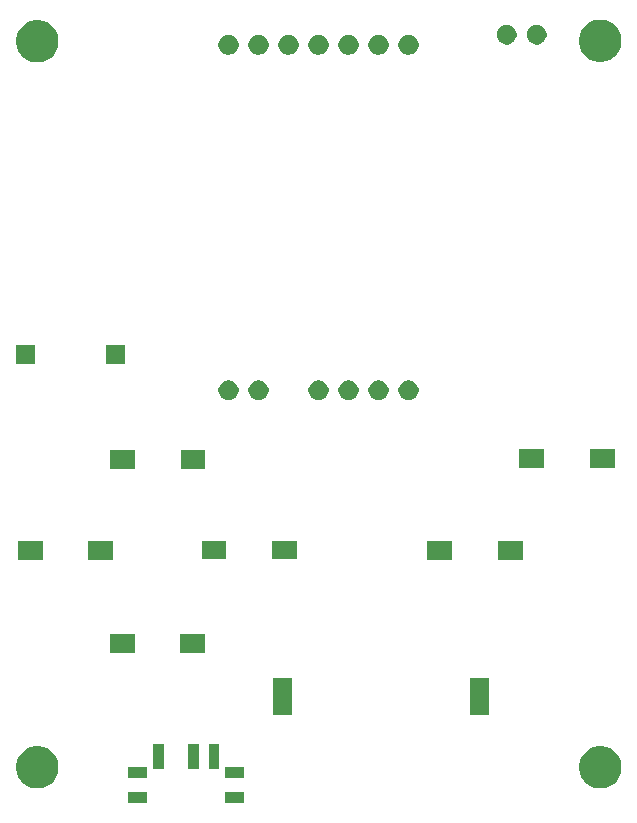
<source format=gbr>
G04 #@! TF.GenerationSoftware,KiCad,Pcbnew,5.0.2+dfsg1-1~bpo9+1*
G04 #@! TF.CreationDate,2019-06-22T18:26:23+01:00*
G04 #@! TF.ProjectId,arduboy_with_flashcart_port_smd,61726475-626f-4795-9f77-6974685f666c,rev?*
G04 #@! TF.SameCoordinates,Original*
G04 #@! TF.FileFunction,Soldermask,Top*
G04 #@! TF.FilePolarity,Negative*
%FSLAX46Y46*%
G04 Gerber Fmt 4.6, Leading zero omitted, Abs format (unit mm)*
G04 Created by KiCad (PCBNEW 5.0.2+dfsg1-1~bpo9+1) date Sat 22 Jun 2019 18:26:23 BST*
%MOMM*%
%LPD*%
G01*
G04 APERTURE LIST*
%ADD10C,0.100000*%
G04 APERTURE END LIST*
D10*
G36*
X206883900Y-123031400D02*
X205281900Y-123031400D01*
X205281900Y-122129400D01*
X206883900Y-122129400D01*
X206883900Y-123031400D01*
X206883900Y-123031400D01*
G37*
G36*
X198730500Y-123031400D02*
X197128500Y-123031400D01*
X197128500Y-122129400D01*
X198730500Y-122129400D01*
X198730500Y-123031400D01*
X198730500Y-123031400D01*
G37*
G36*
X189920431Y-118283211D02*
X190248192Y-118418974D01*
X190543173Y-118616074D01*
X190794026Y-118866927D01*
X190991126Y-119161908D01*
X191126889Y-119489669D01*
X191196100Y-119837616D01*
X191196100Y-120192384D01*
X191126889Y-120540331D01*
X190991126Y-120868092D01*
X190794026Y-121163073D01*
X190543173Y-121413926D01*
X190248192Y-121611026D01*
X189920431Y-121746789D01*
X189572484Y-121816000D01*
X189217716Y-121816000D01*
X188869769Y-121746789D01*
X188542008Y-121611026D01*
X188247027Y-121413926D01*
X187996174Y-121163073D01*
X187799074Y-120868092D01*
X187663311Y-120540331D01*
X187594100Y-120192384D01*
X187594100Y-119837616D01*
X187663311Y-119489669D01*
X187799074Y-119161908D01*
X187996174Y-118866927D01*
X188247027Y-118616074D01*
X188542008Y-118418974D01*
X188869769Y-118283211D01*
X189217716Y-118214000D01*
X189572484Y-118214000D01*
X189920431Y-118283211D01*
X189920431Y-118283211D01*
G37*
G36*
X237596231Y-118283211D02*
X237923992Y-118418974D01*
X238218973Y-118616074D01*
X238469826Y-118866927D01*
X238666926Y-119161908D01*
X238802689Y-119489669D01*
X238871900Y-119837616D01*
X238871900Y-120192384D01*
X238802689Y-120540331D01*
X238666926Y-120868092D01*
X238469826Y-121163073D01*
X238218973Y-121413926D01*
X237923992Y-121611026D01*
X237596231Y-121746789D01*
X237248284Y-121816000D01*
X236893516Y-121816000D01*
X236545569Y-121746789D01*
X236217808Y-121611026D01*
X235922827Y-121413926D01*
X235671974Y-121163073D01*
X235474874Y-120868092D01*
X235339111Y-120540331D01*
X235269900Y-120192384D01*
X235269900Y-119837616D01*
X235339111Y-119489669D01*
X235474874Y-119161908D01*
X235671974Y-118866927D01*
X235922827Y-118616074D01*
X236217808Y-118418974D01*
X236545569Y-118283211D01*
X236893516Y-118214000D01*
X237248284Y-118214000D01*
X237596231Y-118283211D01*
X237596231Y-118283211D01*
G37*
G36*
X206896600Y-120923200D02*
X205294600Y-120923200D01*
X205294600Y-120021200D01*
X206896600Y-120021200D01*
X206896600Y-120923200D01*
X206896600Y-120923200D01*
G37*
G36*
X198730500Y-120910500D02*
X197128500Y-120910500D01*
X197128500Y-120008500D01*
X198730500Y-120008500D01*
X198730500Y-120910500D01*
X198730500Y-120910500D01*
G37*
G36*
X203117600Y-120189700D02*
X202215600Y-120189700D01*
X202215600Y-118087700D01*
X203117600Y-118087700D01*
X203117600Y-120189700D01*
X203117600Y-120189700D01*
G37*
G36*
X200107700Y-120189700D02*
X199205700Y-120189700D01*
X199205700Y-118087700D01*
X200107700Y-118087700D01*
X200107700Y-120189700D01*
X200107700Y-120189700D01*
G37*
G36*
X204819400Y-120189700D02*
X203917400Y-120189700D01*
X203917400Y-118087700D01*
X204819400Y-118087700D01*
X204819400Y-120189700D01*
X204819400Y-120189700D01*
G37*
G36*
X227660400Y-115558900D02*
X226034400Y-115558900D01*
X226034400Y-112456900D01*
X227660400Y-112456900D01*
X227660400Y-115558900D01*
X227660400Y-115558900D01*
G37*
G36*
X210959900Y-115558900D02*
X209333900Y-115558900D01*
X209333900Y-112456900D01*
X210959900Y-112456900D01*
X210959900Y-115558900D01*
X210959900Y-115558900D01*
G37*
G36*
X203616000Y-110376600D02*
X201514000Y-110376600D01*
X201514000Y-108774600D01*
X203616000Y-108774600D01*
X203616000Y-110376600D01*
X203616000Y-110376600D01*
G37*
G36*
X197647000Y-110376600D02*
X195545000Y-110376600D01*
X195545000Y-108774600D01*
X197647000Y-108774600D01*
X197647000Y-110376600D01*
X197647000Y-110376600D01*
G37*
G36*
X224545600Y-102477200D02*
X222443600Y-102477200D01*
X222443600Y-100875200D01*
X224545600Y-100875200D01*
X224545600Y-102477200D01*
X224545600Y-102477200D01*
G37*
G36*
X189874600Y-102477200D02*
X187772600Y-102477200D01*
X187772600Y-100875200D01*
X189874600Y-100875200D01*
X189874600Y-102477200D01*
X189874600Y-102477200D01*
G37*
G36*
X195843600Y-102477200D02*
X193741600Y-102477200D01*
X193741600Y-100875200D01*
X195843600Y-100875200D01*
X195843600Y-102477200D01*
X195843600Y-102477200D01*
G37*
G36*
X230514600Y-102477200D02*
X228412600Y-102477200D01*
X228412600Y-100875200D01*
X230514600Y-100875200D01*
X230514600Y-102477200D01*
X230514600Y-102477200D01*
G37*
G36*
X211388400Y-102426400D02*
X209286400Y-102426400D01*
X209286400Y-100824400D01*
X211388400Y-100824400D01*
X211388400Y-102426400D01*
X211388400Y-102426400D01*
G37*
G36*
X205419400Y-102426400D02*
X203317400Y-102426400D01*
X203317400Y-100824400D01*
X205419400Y-100824400D01*
X205419400Y-102426400D01*
X205419400Y-102426400D01*
G37*
G36*
X203641400Y-94755600D02*
X201539400Y-94755600D01*
X201539400Y-93153600D01*
X203641400Y-93153600D01*
X203641400Y-94755600D01*
X203641400Y-94755600D01*
G37*
G36*
X197672400Y-94755600D02*
X195570400Y-94755600D01*
X195570400Y-93153600D01*
X197672400Y-93153600D01*
X197672400Y-94755600D01*
X197672400Y-94755600D01*
G37*
G36*
X238287000Y-94704800D02*
X236185000Y-94704800D01*
X236185000Y-93102800D01*
X238287000Y-93102800D01*
X238287000Y-94704800D01*
X238287000Y-94704800D01*
G37*
G36*
X232318000Y-94704800D02*
X230216000Y-94704800D01*
X230216000Y-93102800D01*
X232318000Y-93102800D01*
X232318000Y-94704800D01*
X232318000Y-94704800D01*
G37*
G36*
X213468528Y-87294303D02*
X213623400Y-87358453D01*
X213762781Y-87451585D01*
X213881315Y-87570119D01*
X213974447Y-87709500D01*
X214038597Y-87864372D01*
X214071300Y-88028784D01*
X214071300Y-88196416D01*
X214038597Y-88360828D01*
X213974447Y-88515700D01*
X213881315Y-88655081D01*
X213762781Y-88773615D01*
X213623400Y-88866747D01*
X213468528Y-88930897D01*
X213304116Y-88963600D01*
X213136484Y-88963600D01*
X212972072Y-88930897D01*
X212817200Y-88866747D01*
X212677819Y-88773615D01*
X212559285Y-88655081D01*
X212466153Y-88515700D01*
X212402003Y-88360828D01*
X212369300Y-88196416D01*
X212369300Y-88028784D01*
X212402003Y-87864372D01*
X212466153Y-87709500D01*
X212559285Y-87570119D01*
X212677819Y-87451585D01*
X212817200Y-87358453D01*
X212972072Y-87294303D01*
X213136484Y-87261600D01*
X213304116Y-87261600D01*
X213468528Y-87294303D01*
X213468528Y-87294303D01*
G37*
G36*
X205848528Y-87294303D02*
X206003400Y-87358453D01*
X206142781Y-87451585D01*
X206261315Y-87570119D01*
X206354447Y-87709500D01*
X206418597Y-87864372D01*
X206451300Y-88028784D01*
X206451300Y-88196416D01*
X206418597Y-88360828D01*
X206354447Y-88515700D01*
X206261315Y-88655081D01*
X206142781Y-88773615D01*
X206003400Y-88866747D01*
X205848528Y-88930897D01*
X205684116Y-88963600D01*
X205516484Y-88963600D01*
X205352072Y-88930897D01*
X205197200Y-88866747D01*
X205057819Y-88773615D01*
X204939285Y-88655081D01*
X204846153Y-88515700D01*
X204782003Y-88360828D01*
X204749300Y-88196416D01*
X204749300Y-88028784D01*
X204782003Y-87864372D01*
X204846153Y-87709500D01*
X204939285Y-87570119D01*
X205057819Y-87451585D01*
X205197200Y-87358453D01*
X205352072Y-87294303D01*
X205516484Y-87261600D01*
X205684116Y-87261600D01*
X205848528Y-87294303D01*
X205848528Y-87294303D01*
G37*
G36*
X221088528Y-87294303D02*
X221243400Y-87358453D01*
X221382781Y-87451585D01*
X221501315Y-87570119D01*
X221594447Y-87709500D01*
X221658597Y-87864372D01*
X221691300Y-88028784D01*
X221691300Y-88196416D01*
X221658597Y-88360828D01*
X221594447Y-88515700D01*
X221501315Y-88655081D01*
X221382781Y-88773615D01*
X221243400Y-88866747D01*
X221088528Y-88930897D01*
X220924116Y-88963600D01*
X220756484Y-88963600D01*
X220592072Y-88930897D01*
X220437200Y-88866747D01*
X220297819Y-88773615D01*
X220179285Y-88655081D01*
X220086153Y-88515700D01*
X220022003Y-88360828D01*
X219989300Y-88196416D01*
X219989300Y-88028784D01*
X220022003Y-87864372D01*
X220086153Y-87709500D01*
X220179285Y-87570119D01*
X220297819Y-87451585D01*
X220437200Y-87358453D01*
X220592072Y-87294303D01*
X220756484Y-87261600D01*
X220924116Y-87261600D01*
X221088528Y-87294303D01*
X221088528Y-87294303D01*
G37*
G36*
X218548528Y-87294303D02*
X218703400Y-87358453D01*
X218842781Y-87451585D01*
X218961315Y-87570119D01*
X219054447Y-87709500D01*
X219118597Y-87864372D01*
X219151300Y-88028784D01*
X219151300Y-88196416D01*
X219118597Y-88360828D01*
X219054447Y-88515700D01*
X218961315Y-88655081D01*
X218842781Y-88773615D01*
X218703400Y-88866747D01*
X218548528Y-88930897D01*
X218384116Y-88963600D01*
X218216484Y-88963600D01*
X218052072Y-88930897D01*
X217897200Y-88866747D01*
X217757819Y-88773615D01*
X217639285Y-88655081D01*
X217546153Y-88515700D01*
X217482003Y-88360828D01*
X217449300Y-88196416D01*
X217449300Y-88028784D01*
X217482003Y-87864372D01*
X217546153Y-87709500D01*
X217639285Y-87570119D01*
X217757819Y-87451585D01*
X217897200Y-87358453D01*
X218052072Y-87294303D01*
X218216484Y-87261600D01*
X218384116Y-87261600D01*
X218548528Y-87294303D01*
X218548528Y-87294303D01*
G37*
G36*
X216008528Y-87294303D02*
X216163400Y-87358453D01*
X216302781Y-87451585D01*
X216421315Y-87570119D01*
X216514447Y-87709500D01*
X216578597Y-87864372D01*
X216611300Y-88028784D01*
X216611300Y-88196416D01*
X216578597Y-88360828D01*
X216514447Y-88515700D01*
X216421315Y-88655081D01*
X216302781Y-88773615D01*
X216163400Y-88866747D01*
X216008528Y-88930897D01*
X215844116Y-88963600D01*
X215676484Y-88963600D01*
X215512072Y-88930897D01*
X215357200Y-88866747D01*
X215217819Y-88773615D01*
X215099285Y-88655081D01*
X215006153Y-88515700D01*
X214942003Y-88360828D01*
X214909300Y-88196416D01*
X214909300Y-88028784D01*
X214942003Y-87864372D01*
X215006153Y-87709500D01*
X215099285Y-87570119D01*
X215217819Y-87451585D01*
X215357200Y-87358453D01*
X215512072Y-87294303D01*
X215676484Y-87261600D01*
X215844116Y-87261600D01*
X216008528Y-87294303D01*
X216008528Y-87294303D01*
G37*
G36*
X208388528Y-87294303D02*
X208543400Y-87358453D01*
X208682781Y-87451585D01*
X208801315Y-87570119D01*
X208894447Y-87709500D01*
X208958597Y-87864372D01*
X208991300Y-88028784D01*
X208991300Y-88196416D01*
X208958597Y-88360828D01*
X208894447Y-88515700D01*
X208801315Y-88655081D01*
X208682781Y-88773615D01*
X208543400Y-88866747D01*
X208388528Y-88930897D01*
X208224116Y-88963600D01*
X208056484Y-88963600D01*
X207892072Y-88930897D01*
X207737200Y-88866747D01*
X207597819Y-88773615D01*
X207479285Y-88655081D01*
X207386153Y-88515700D01*
X207322003Y-88360828D01*
X207289300Y-88196416D01*
X207289300Y-88028784D01*
X207322003Y-87864372D01*
X207386153Y-87709500D01*
X207479285Y-87570119D01*
X207597819Y-87451585D01*
X207737200Y-87358453D01*
X207892072Y-87294303D01*
X208056484Y-87261600D01*
X208224116Y-87261600D01*
X208388528Y-87294303D01*
X208388528Y-87294303D01*
G37*
G36*
X189217500Y-85903000D02*
X187591500Y-85903000D01*
X187591500Y-84277000D01*
X189217500Y-84277000D01*
X189217500Y-85903000D01*
X189217500Y-85903000D01*
G37*
G36*
X196837500Y-85903000D02*
X195211500Y-85903000D01*
X195211500Y-84277000D01*
X196837500Y-84277000D01*
X196837500Y-85903000D01*
X196837500Y-85903000D01*
G37*
G36*
X189920431Y-56815211D02*
X190248192Y-56950974D01*
X190543173Y-57148074D01*
X190794026Y-57398927D01*
X190991126Y-57693908D01*
X191126889Y-58021669D01*
X191196100Y-58369616D01*
X191196100Y-58724384D01*
X191126889Y-59072331D01*
X190991126Y-59400092D01*
X190794026Y-59695073D01*
X190543173Y-59945926D01*
X190248192Y-60143026D01*
X189920431Y-60278789D01*
X189572484Y-60348000D01*
X189217716Y-60348000D01*
X188869769Y-60278789D01*
X188542008Y-60143026D01*
X188247027Y-59945926D01*
X187996174Y-59695073D01*
X187799074Y-59400092D01*
X187663311Y-59072331D01*
X187594100Y-58724384D01*
X187594100Y-58369616D01*
X187663311Y-58021669D01*
X187799074Y-57693908D01*
X187996174Y-57398927D01*
X188247027Y-57148074D01*
X188542008Y-56950974D01*
X188869769Y-56815211D01*
X189217716Y-56746000D01*
X189572484Y-56746000D01*
X189920431Y-56815211D01*
X189920431Y-56815211D01*
G37*
G36*
X237596231Y-56789811D02*
X237923992Y-56925574D01*
X238218973Y-57122674D01*
X238469826Y-57373527D01*
X238666926Y-57668508D01*
X238802689Y-57996269D01*
X238871900Y-58344216D01*
X238871900Y-58698984D01*
X238802689Y-59046931D01*
X238666926Y-59374692D01*
X238469826Y-59669673D01*
X238218973Y-59920526D01*
X237923992Y-60117626D01*
X237596231Y-60253389D01*
X237248284Y-60322600D01*
X236893516Y-60322600D01*
X236545569Y-60253389D01*
X236217808Y-60117626D01*
X235922827Y-59920526D01*
X235671974Y-59669673D01*
X235474874Y-59374692D01*
X235339111Y-59046931D01*
X235269900Y-58698984D01*
X235269900Y-58344216D01*
X235339111Y-57996269D01*
X235474874Y-57668508D01*
X235671974Y-57373527D01*
X235922827Y-57122674D01*
X236217808Y-56925574D01*
X236545569Y-56789811D01*
X236893516Y-56720600D01*
X237248284Y-56720600D01*
X237596231Y-56789811D01*
X237596231Y-56789811D01*
G37*
G36*
X216008528Y-58033503D02*
X216163400Y-58097653D01*
X216302781Y-58190785D01*
X216421315Y-58309319D01*
X216514447Y-58448700D01*
X216578597Y-58603572D01*
X216611300Y-58767984D01*
X216611300Y-58935616D01*
X216578597Y-59100028D01*
X216514447Y-59254900D01*
X216421315Y-59394281D01*
X216302781Y-59512815D01*
X216163400Y-59605947D01*
X216008528Y-59670097D01*
X215844116Y-59702800D01*
X215676484Y-59702800D01*
X215512072Y-59670097D01*
X215357200Y-59605947D01*
X215217819Y-59512815D01*
X215099285Y-59394281D01*
X215006153Y-59254900D01*
X214942003Y-59100028D01*
X214909300Y-58935616D01*
X214909300Y-58767984D01*
X214942003Y-58603572D01*
X215006153Y-58448700D01*
X215099285Y-58309319D01*
X215217819Y-58190785D01*
X215357200Y-58097653D01*
X215512072Y-58033503D01*
X215676484Y-58000800D01*
X215844116Y-58000800D01*
X216008528Y-58033503D01*
X216008528Y-58033503D01*
G37*
G36*
X205848528Y-58033503D02*
X206003400Y-58097653D01*
X206142781Y-58190785D01*
X206261315Y-58309319D01*
X206354447Y-58448700D01*
X206418597Y-58603572D01*
X206451300Y-58767984D01*
X206451300Y-58935616D01*
X206418597Y-59100028D01*
X206354447Y-59254900D01*
X206261315Y-59394281D01*
X206142781Y-59512815D01*
X206003400Y-59605947D01*
X205848528Y-59670097D01*
X205684116Y-59702800D01*
X205516484Y-59702800D01*
X205352072Y-59670097D01*
X205197200Y-59605947D01*
X205057819Y-59512815D01*
X204939285Y-59394281D01*
X204846153Y-59254900D01*
X204782003Y-59100028D01*
X204749300Y-58935616D01*
X204749300Y-58767984D01*
X204782003Y-58603572D01*
X204846153Y-58448700D01*
X204939285Y-58309319D01*
X205057819Y-58190785D01*
X205197200Y-58097653D01*
X205352072Y-58033503D01*
X205516484Y-58000800D01*
X205684116Y-58000800D01*
X205848528Y-58033503D01*
X205848528Y-58033503D01*
G37*
G36*
X218548528Y-58033503D02*
X218703400Y-58097653D01*
X218842781Y-58190785D01*
X218961315Y-58309319D01*
X219054447Y-58448700D01*
X219118597Y-58603572D01*
X219151300Y-58767984D01*
X219151300Y-58935616D01*
X219118597Y-59100028D01*
X219054447Y-59254900D01*
X218961315Y-59394281D01*
X218842781Y-59512815D01*
X218703400Y-59605947D01*
X218548528Y-59670097D01*
X218384116Y-59702800D01*
X218216484Y-59702800D01*
X218052072Y-59670097D01*
X217897200Y-59605947D01*
X217757819Y-59512815D01*
X217639285Y-59394281D01*
X217546153Y-59254900D01*
X217482003Y-59100028D01*
X217449300Y-58935616D01*
X217449300Y-58767984D01*
X217482003Y-58603572D01*
X217546153Y-58448700D01*
X217639285Y-58309319D01*
X217757819Y-58190785D01*
X217897200Y-58097653D01*
X218052072Y-58033503D01*
X218216484Y-58000800D01*
X218384116Y-58000800D01*
X218548528Y-58033503D01*
X218548528Y-58033503D01*
G37*
G36*
X221088528Y-58033503D02*
X221243400Y-58097653D01*
X221382781Y-58190785D01*
X221501315Y-58309319D01*
X221594447Y-58448700D01*
X221658597Y-58603572D01*
X221691300Y-58767984D01*
X221691300Y-58935616D01*
X221658597Y-59100028D01*
X221594447Y-59254900D01*
X221501315Y-59394281D01*
X221382781Y-59512815D01*
X221243400Y-59605947D01*
X221088528Y-59670097D01*
X220924116Y-59702800D01*
X220756484Y-59702800D01*
X220592072Y-59670097D01*
X220437200Y-59605947D01*
X220297819Y-59512815D01*
X220179285Y-59394281D01*
X220086153Y-59254900D01*
X220022003Y-59100028D01*
X219989300Y-58935616D01*
X219989300Y-58767984D01*
X220022003Y-58603572D01*
X220086153Y-58448700D01*
X220179285Y-58309319D01*
X220297819Y-58190785D01*
X220437200Y-58097653D01*
X220592072Y-58033503D01*
X220756484Y-58000800D01*
X220924116Y-58000800D01*
X221088528Y-58033503D01*
X221088528Y-58033503D01*
G37*
G36*
X208388528Y-58033503D02*
X208543400Y-58097653D01*
X208682781Y-58190785D01*
X208801315Y-58309319D01*
X208894447Y-58448700D01*
X208958597Y-58603572D01*
X208991300Y-58767984D01*
X208991300Y-58935616D01*
X208958597Y-59100028D01*
X208894447Y-59254900D01*
X208801315Y-59394281D01*
X208682781Y-59512815D01*
X208543400Y-59605947D01*
X208388528Y-59670097D01*
X208224116Y-59702800D01*
X208056484Y-59702800D01*
X207892072Y-59670097D01*
X207737200Y-59605947D01*
X207597819Y-59512815D01*
X207479285Y-59394281D01*
X207386153Y-59254900D01*
X207322003Y-59100028D01*
X207289300Y-58935616D01*
X207289300Y-58767984D01*
X207322003Y-58603572D01*
X207386153Y-58448700D01*
X207479285Y-58309319D01*
X207597819Y-58190785D01*
X207737200Y-58097653D01*
X207892072Y-58033503D01*
X208056484Y-58000800D01*
X208224116Y-58000800D01*
X208388528Y-58033503D01*
X208388528Y-58033503D01*
G37*
G36*
X210928528Y-58033503D02*
X211083400Y-58097653D01*
X211222781Y-58190785D01*
X211341315Y-58309319D01*
X211434447Y-58448700D01*
X211498597Y-58603572D01*
X211531300Y-58767984D01*
X211531300Y-58935616D01*
X211498597Y-59100028D01*
X211434447Y-59254900D01*
X211341315Y-59394281D01*
X211222781Y-59512815D01*
X211083400Y-59605947D01*
X210928528Y-59670097D01*
X210764116Y-59702800D01*
X210596484Y-59702800D01*
X210432072Y-59670097D01*
X210277200Y-59605947D01*
X210137819Y-59512815D01*
X210019285Y-59394281D01*
X209926153Y-59254900D01*
X209862003Y-59100028D01*
X209829300Y-58935616D01*
X209829300Y-58767984D01*
X209862003Y-58603572D01*
X209926153Y-58448700D01*
X210019285Y-58309319D01*
X210137819Y-58190785D01*
X210277200Y-58097653D01*
X210432072Y-58033503D01*
X210596484Y-58000800D01*
X210764116Y-58000800D01*
X210928528Y-58033503D01*
X210928528Y-58033503D01*
G37*
G36*
X213468528Y-58033503D02*
X213623400Y-58097653D01*
X213762781Y-58190785D01*
X213881315Y-58309319D01*
X213974447Y-58448700D01*
X214038597Y-58603572D01*
X214071300Y-58767984D01*
X214071300Y-58935616D01*
X214038597Y-59100028D01*
X213974447Y-59254900D01*
X213881315Y-59394281D01*
X213762781Y-59512815D01*
X213623400Y-59605947D01*
X213468528Y-59670097D01*
X213304116Y-59702800D01*
X213136484Y-59702800D01*
X212972072Y-59670097D01*
X212817200Y-59605947D01*
X212677819Y-59512815D01*
X212559285Y-59394281D01*
X212466153Y-59254900D01*
X212402003Y-59100028D01*
X212369300Y-58935616D01*
X212369300Y-58767984D01*
X212402003Y-58603572D01*
X212466153Y-58448700D01*
X212559285Y-58309319D01*
X212677819Y-58190785D01*
X212817200Y-58097653D01*
X212972072Y-58033503D01*
X213136484Y-58000800D01*
X213304116Y-58000800D01*
X213468528Y-58033503D01*
X213468528Y-58033503D01*
G37*
G36*
X229394328Y-57169903D02*
X229549200Y-57234053D01*
X229688581Y-57327185D01*
X229807115Y-57445719D01*
X229900247Y-57585100D01*
X229964397Y-57739972D01*
X229997100Y-57904384D01*
X229997100Y-58072016D01*
X229964397Y-58236428D01*
X229900247Y-58391300D01*
X229807115Y-58530681D01*
X229688581Y-58649215D01*
X229549200Y-58742347D01*
X229394328Y-58806497D01*
X229229916Y-58839200D01*
X229062284Y-58839200D01*
X228897872Y-58806497D01*
X228743000Y-58742347D01*
X228603619Y-58649215D01*
X228485085Y-58530681D01*
X228391953Y-58391300D01*
X228327803Y-58236428D01*
X228295100Y-58072016D01*
X228295100Y-57904384D01*
X228327803Y-57739972D01*
X228391953Y-57585100D01*
X228485085Y-57445719D01*
X228603619Y-57327185D01*
X228743000Y-57234053D01*
X228897872Y-57169903D01*
X229062284Y-57137200D01*
X229229916Y-57137200D01*
X229394328Y-57169903D01*
X229394328Y-57169903D01*
G37*
G36*
X231934328Y-57169903D02*
X232089200Y-57234053D01*
X232228581Y-57327185D01*
X232347115Y-57445719D01*
X232440247Y-57585100D01*
X232504397Y-57739972D01*
X232537100Y-57904384D01*
X232537100Y-58072016D01*
X232504397Y-58236428D01*
X232440247Y-58391300D01*
X232347115Y-58530681D01*
X232228581Y-58649215D01*
X232089200Y-58742347D01*
X231934328Y-58806497D01*
X231769916Y-58839200D01*
X231602284Y-58839200D01*
X231437872Y-58806497D01*
X231283000Y-58742347D01*
X231143619Y-58649215D01*
X231025085Y-58530681D01*
X230931953Y-58391300D01*
X230867803Y-58236428D01*
X230835100Y-58072016D01*
X230835100Y-57904384D01*
X230867803Y-57739972D01*
X230931953Y-57585100D01*
X231025085Y-57445719D01*
X231143619Y-57327185D01*
X231283000Y-57234053D01*
X231437872Y-57169903D01*
X231602284Y-57137200D01*
X231769916Y-57137200D01*
X231934328Y-57169903D01*
X231934328Y-57169903D01*
G37*
M02*

</source>
